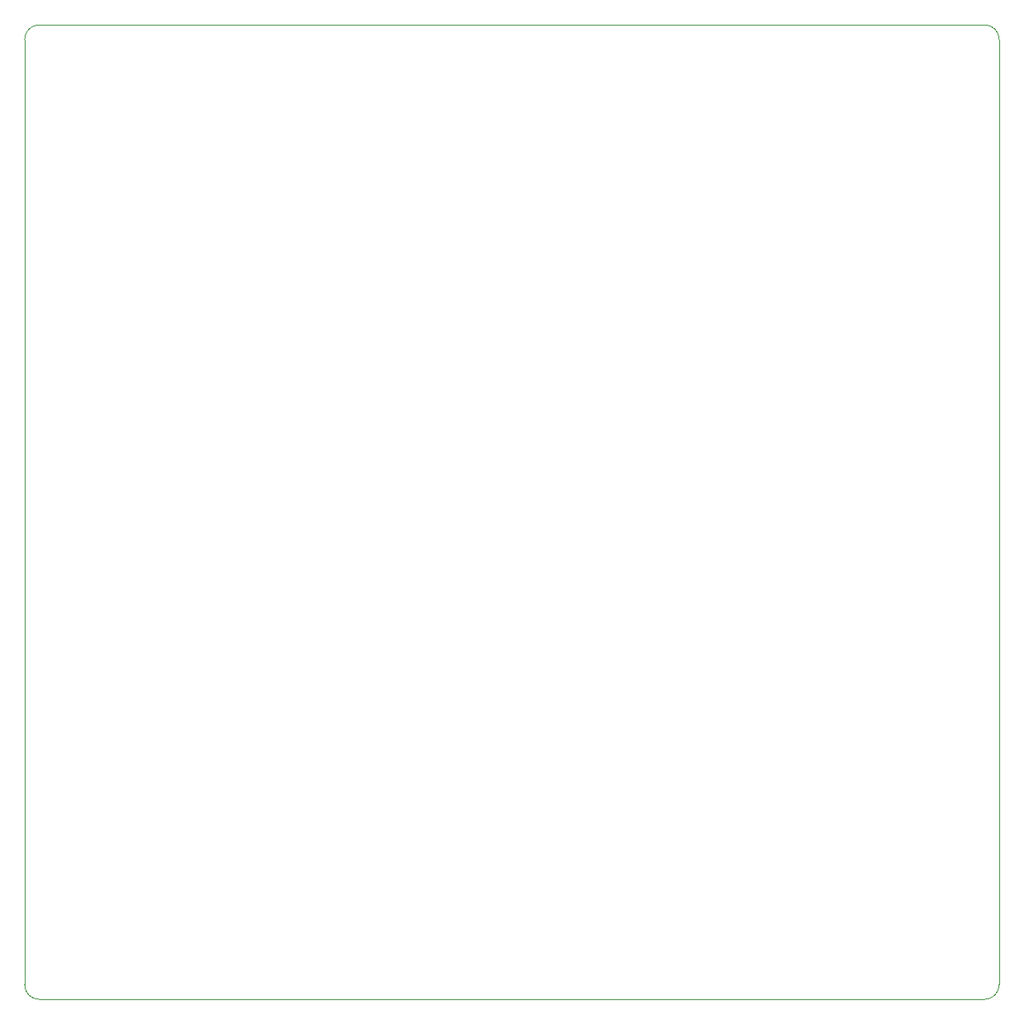
<source format=gbr>
G04 #@! TF.GenerationSoftware,KiCad,Pcbnew,5.1.9-73d0e3b20d~88~ubuntu20.04.1*
G04 #@! TF.CreationDate,2021-03-19T21:26:38+02:00*
G04 #@! TF.ProjectId,QuickFeather-Enviroment-Monitor,51756963-6b46-4656-9174-6865722d456e,rev?*
G04 #@! TF.SameCoordinates,Original*
G04 #@! TF.FileFunction,Profile,NP*
%FSLAX46Y46*%
G04 Gerber Fmt 4.6, Leading zero omitted, Abs format (unit mm)*
G04 Created by KiCad (PCBNEW 5.1.9-73d0e3b20d~88~ubuntu20.04.1) date 2021-03-19 21:26:38*
%MOMM*%
%LPD*%
G01*
G04 APERTURE LIST*
G04 #@! TA.AperFunction,Profile*
%ADD10C,0.050000*%
G04 #@! TD*
G04 APERTURE END LIST*
D10*
X30000000Y-31500000D02*
G75*
G02*
X31500000Y-30000000I1500000J0D01*
G01*
X31500000Y-130000000D02*
G75*
G02*
X30000000Y-128500000I0J1500000D01*
G01*
X130000000Y-128500000D02*
G75*
G02*
X128500000Y-130000000I-1500000J0D01*
G01*
X128500000Y-30000000D02*
G75*
G02*
X130000000Y-31500000I0J-1500000D01*
G01*
X30000000Y-128500000D02*
X30000000Y-31500000D01*
X128500000Y-130000000D02*
X31500000Y-130000000D01*
X130000000Y-31500000D02*
X130000000Y-128500000D01*
X31500000Y-30000000D02*
X128500000Y-30000000D01*
M02*

</source>
